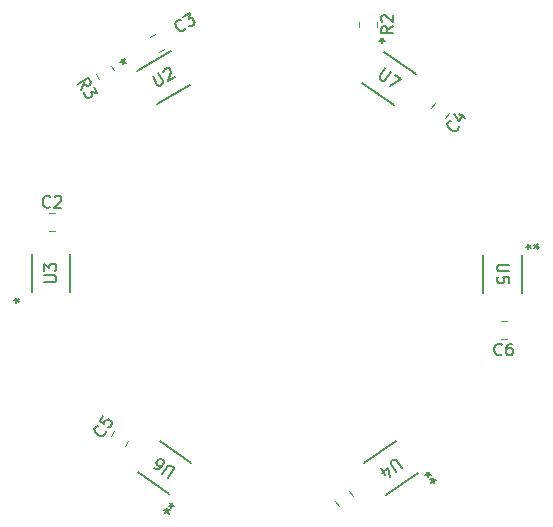
<source format=gbr>
%TF.GenerationSoftware,KiCad,Pcbnew,7.0.10*%
%TF.CreationDate,2024-07-08T17:56:43-07:00*%
%TF.ProjectId,Thermistor Ring,54686572-6d69-4737-946f-722052696e67,rev?*%
%TF.SameCoordinates,Original*%
%TF.FileFunction,Legend,Top*%
%TF.FilePolarity,Positive*%
%FSLAX46Y46*%
G04 Gerber Fmt 4.6, Leading zero omitted, Abs format (unit mm)*
G04 Created by KiCad (PCBNEW 7.0.10) date 2024-07-08 17:56:43*
%MOMM*%
%LPD*%
G01*
G04 APERTURE LIST*
%ADD10C,0.150000*%
%ADD11C,0.120000*%
%ADD12C,0.152400*%
G04 APERTURE END LIST*
D10*
X93857481Y-63197633D02*
X93809862Y-63245253D01*
X93809862Y-63245253D02*
X93667005Y-63292872D01*
X93667005Y-63292872D02*
X93571767Y-63292872D01*
X93571767Y-63292872D02*
X93428910Y-63245253D01*
X93428910Y-63245253D02*
X93333672Y-63150014D01*
X93333672Y-63150014D02*
X93286053Y-63054776D01*
X93286053Y-63054776D02*
X93238434Y-62864300D01*
X93238434Y-62864300D02*
X93238434Y-62721443D01*
X93238434Y-62721443D02*
X93286053Y-62530967D01*
X93286053Y-62530967D02*
X93333672Y-62435729D01*
X93333672Y-62435729D02*
X93428910Y-62340491D01*
X93428910Y-62340491D02*
X93571767Y-62292872D01*
X93571767Y-62292872D02*
X93667005Y-62292872D01*
X93667005Y-62292872D02*
X93809862Y-62340491D01*
X93809862Y-62340491D02*
X93857481Y-62388110D01*
X94714624Y-62292872D02*
X94524148Y-62292872D01*
X94524148Y-62292872D02*
X94428910Y-62340491D01*
X94428910Y-62340491D02*
X94381291Y-62388110D01*
X94381291Y-62388110D02*
X94286053Y-62530967D01*
X94286053Y-62530967D02*
X94238434Y-62721443D01*
X94238434Y-62721443D02*
X94238434Y-63102395D01*
X94238434Y-63102395D02*
X94286053Y-63197633D01*
X94286053Y-63197633D02*
X94333672Y-63245253D01*
X94333672Y-63245253D02*
X94428910Y-63292872D01*
X94428910Y-63292872D02*
X94619386Y-63292872D01*
X94619386Y-63292872D02*
X94714624Y-63245253D01*
X94714624Y-63245253D02*
X94762243Y-63197633D01*
X94762243Y-63197633D02*
X94809862Y-63102395D01*
X94809862Y-63102395D02*
X94809862Y-62864300D01*
X94809862Y-62864300D02*
X94762243Y-62769062D01*
X94762243Y-62769062D02*
X94714624Y-62721443D01*
X94714624Y-62721443D02*
X94619386Y-62673824D01*
X94619386Y-62673824D02*
X94428910Y-62673824D01*
X94428910Y-62673824D02*
X94333672Y-62721443D01*
X94333672Y-62721443D02*
X94286053Y-62769062D01*
X94286053Y-62769062D02*
X94238434Y-62864300D01*
X60319335Y-69702278D02*
X60331029Y-69768598D01*
X60331029Y-69768598D02*
X60288097Y-69912933D01*
X60288097Y-69912933D02*
X60233471Y-69990947D01*
X60233471Y-69990947D02*
X60112524Y-70080656D01*
X60112524Y-70080656D02*
X59979883Y-70104044D01*
X59979883Y-70104044D02*
X59874555Y-70088425D01*
X59874555Y-70088425D02*
X59691213Y-70018180D01*
X59691213Y-70018180D02*
X59574192Y-69936240D01*
X59574192Y-69936240D02*
X59445476Y-69787980D01*
X59445476Y-69787980D02*
X59394775Y-69694347D01*
X59394775Y-69694347D02*
X59371386Y-69561706D01*
X59371386Y-69561706D02*
X59414319Y-69417371D01*
X59414319Y-69417371D02*
X59468945Y-69339356D01*
X59468945Y-69339356D02*
X59589892Y-69249648D01*
X59589892Y-69249648D02*
X59656212Y-69237954D01*
X60097148Y-68442190D02*
X59824016Y-68832262D01*
X59824016Y-68832262D02*
X60186775Y-69144401D01*
X60186775Y-69144401D02*
X60175081Y-69078081D01*
X60175081Y-69078081D02*
X60190700Y-68972753D01*
X60190700Y-68972753D02*
X60327266Y-68777717D01*
X60327266Y-68777717D02*
X60420900Y-68727016D01*
X60420900Y-68727016D02*
X60487220Y-68715322D01*
X60487220Y-68715322D02*
X60592548Y-68730941D01*
X60592548Y-68730941D02*
X60787584Y-68867506D01*
X60787584Y-68867506D02*
X60838285Y-68961140D01*
X60838285Y-68961140D02*
X60849979Y-69027460D01*
X60849979Y-69027460D02*
X60834360Y-69132788D01*
X60834360Y-69132788D02*
X60697794Y-69327824D01*
X60697794Y-69327824D02*
X60604161Y-69378526D01*
X60604161Y-69378526D02*
X60537840Y-69390220D01*
X65596519Y-73677671D02*
X66060843Y-73014548D01*
X66060843Y-73014548D02*
X66076462Y-72909220D01*
X66076462Y-72909220D02*
X66064768Y-72842900D01*
X66064768Y-72842900D02*
X66014067Y-72749267D01*
X66014067Y-72749267D02*
X65858038Y-72640014D01*
X65858038Y-72640014D02*
X65752710Y-72624395D01*
X65752710Y-72624395D02*
X65686390Y-72636089D01*
X65686390Y-72636089D02*
X65592756Y-72686790D01*
X65592756Y-72686790D02*
X65128433Y-73349913D01*
X64387295Y-72830963D02*
X64543324Y-72940216D01*
X64543324Y-72940216D02*
X64648652Y-72955835D01*
X64648652Y-72955835D02*
X64714972Y-72944141D01*
X64714972Y-72944141D02*
X64874926Y-72881745D01*
X64874926Y-72881745D02*
X65023186Y-72753030D01*
X65023186Y-72753030D02*
X65241691Y-72440972D01*
X65241691Y-72440972D02*
X65257310Y-72335644D01*
X65257310Y-72335644D02*
X65245616Y-72269324D01*
X65245616Y-72269324D02*
X65194915Y-72175690D01*
X65194915Y-72175690D02*
X65038886Y-72066437D01*
X65038886Y-72066437D02*
X64933558Y-72050818D01*
X64933558Y-72050818D02*
X64867238Y-72062512D01*
X64867238Y-72062512D02*
X64773604Y-72113214D01*
X64773604Y-72113214D02*
X64637038Y-72308250D01*
X64637038Y-72308250D02*
X64621419Y-72413578D01*
X64621419Y-72413578D02*
X64633113Y-72479898D01*
X64633113Y-72479898D02*
X64683815Y-72573532D01*
X64683815Y-72573532D02*
X64839844Y-72682784D01*
X64839844Y-72682784D02*
X64945171Y-72698403D01*
X64945171Y-72698403D02*
X65011492Y-72686709D01*
X65011492Y-72686709D02*
X65105125Y-72636008D01*
X66003721Y-75775449D02*
X65867155Y-75970485D01*
X65726745Y-75755905D02*
X65867155Y-75970485D01*
X65867155Y-75970485D02*
X66116817Y-76029036D01*
X65640881Y-76044574D02*
X65867155Y-75970485D01*
X65867155Y-75970485D02*
X65874924Y-76208453D01*
X65378314Y-76668620D02*
X65514880Y-76473584D01*
X65655290Y-76688164D02*
X65514880Y-76473584D01*
X65514880Y-76473584D02*
X65265218Y-76415033D01*
X65741154Y-76399495D02*
X65514880Y-76473584D01*
X65514880Y-76473584D02*
X65507111Y-76235616D01*
X83998302Y-38985341D02*
X83533978Y-39648464D01*
X83533978Y-39648464D02*
X83518359Y-39753792D01*
X83518359Y-39753792D02*
X83530053Y-39820112D01*
X83530053Y-39820112D02*
X83580754Y-39913745D01*
X83580754Y-39913745D02*
X83736783Y-40022998D01*
X83736783Y-40022998D02*
X83842111Y-40038617D01*
X83842111Y-40038617D02*
X83908431Y-40026923D01*
X83908431Y-40026923D02*
X84002065Y-39976222D01*
X84002065Y-39976222D02*
X84466388Y-39313099D01*
X84778446Y-39531604D02*
X85324548Y-39913988D01*
X85324548Y-39913988D02*
X84399906Y-40487322D01*
X83876181Y-36409989D02*
X83739615Y-36605025D01*
X83599205Y-36390445D02*
X83739615Y-36605025D01*
X83739615Y-36605025D02*
X83989277Y-36663576D01*
X83513341Y-36679114D02*
X83739615Y-36605025D01*
X83739615Y-36605025D02*
X83747384Y-36842993D01*
X83866181Y-36409988D02*
X83729615Y-36605024D01*
X83589205Y-36390444D02*
X83729615Y-36605024D01*
X83729615Y-36605024D02*
X83979277Y-36663575D01*
X83503341Y-36679113D02*
X83729615Y-36605024D01*
X83729615Y-36605024D02*
X83737384Y-36842992D01*
X64291845Y-39681075D02*
X64696607Y-40382144D01*
X64696607Y-40382144D02*
X64785465Y-40440813D01*
X64785465Y-40440813D02*
X64850514Y-40458242D01*
X64850514Y-40458242D02*
X64956802Y-40451863D01*
X64956802Y-40451863D02*
X65121760Y-40356625D01*
X65121760Y-40356625D02*
X65180429Y-40267766D01*
X65180429Y-40267766D02*
X65197858Y-40202717D01*
X65197858Y-40202717D02*
X65191479Y-40096429D01*
X65191479Y-40096429D02*
X64786717Y-39395361D01*
X65205490Y-39263554D02*
X65222919Y-39198505D01*
X65222919Y-39198505D02*
X65281588Y-39109647D01*
X65281588Y-39109647D02*
X65487785Y-38990599D01*
X65487785Y-38990599D02*
X65594073Y-38984219D01*
X65594073Y-38984219D02*
X65659122Y-39001649D01*
X65659122Y-39001649D02*
X65747980Y-39060318D01*
X65747980Y-39060318D02*
X65795599Y-39142797D01*
X65795599Y-39142797D02*
X65825789Y-39290324D01*
X65825789Y-39290324D02*
X65616631Y-40070910D01*
X65616631Y-40070910D02*
X66152742Y-39761386D01*
X61673341Y-38219284D02*
X61792389Y-38425480D01*
X61538573Y-38462049D02*
X61792389Y-38425480D01*
X61792389Y-38425480D02*
X61950966Y-38223954D01*
X61763909Y-38661866D02*
X61792389Y-38425480D01*
X61792389Y-38425480D02*
X62011345Y-38519009D01*
X61673341Y-38219284D02*
X61792389Y-38425480D01*
X61538573Y-38462049D02*
X61792389Y-38425480D01*
X61792389Y-38425480D02*
X61950966Y-38223954D01*
X61763909Y-38661866D02*
X61792389Y-38425480D01*
X61792389Y-38425480D02*
X62011345Y-38519009D01*
X94456104Y-55619776D02*
X93646581Y-55619776D01*
X93646581Y-55619776D02*
X93551343Y-55667395D01*
X93551343Y-55667395D02*
X93503724Y-55715014D01*
X93503724Y-55715014D02*
X93456104Y-55810252D01*
X93456104Y-55810252D02*
X93456104Y-56000728D01*
X93456104Y-56000728D02*
X93503724Y-56095966D01*
X93503724Y-56095966D02*
X93551343Y-56143585D01*
X93551343Y-56143585D02*
X93646581Y-56191204D01*
X93646581Y-56191204D02*
X94456104Y-56191204D01*
X94456104Y-57143585D02*
X94456104Y-56667395D01*
X94456104Y-56667395D02*
X93979914Y-56619776D01*
X93979914Y-56619776D02*
X94027533Y-56667395D01*
X94027533Y-56667395D02*
X94075152Y-56762633D01*
X94075152Y-56762633D02*
X94075152Y-57000728D01*
X94075152Y-57000728D02*
X94027533Y-57095966D01*
X94027533Y-57095966D02*
X93979914Y-57143585D01*
X93979914Y-57143585D02*
X93884676Y-57191204D01*
X93884676Y-57191204D02*
X93646581Y-57191204D01*
X93646581Y-57191204D02*
X93551343Y-57143585D01*
X93551343Y-57143585D02*
X93503724Y-57095966D01*
X93503724Y-57095966D02*
X93456104Y-57000728D01*
X93456104Y-57000728D02*
X93456104Y-56762633D01*
X93456104Y-56762633D02*
X93503724Y-56667395D01*
X93503724Y-56667395D02*
X93551343Y-56619776D01*
X95940943Y-54082980D02*
X96179038Y-54082980D01*
X96083800Y-54321075D02*
X96179038Y-54082980D01*
X96179038Y-54082980D02*
X96083800Y-53844885D01*
X96369514Y-54225837D02*
X96179038Y-54082980D01*
X96179038Y-54082980D02*
X96369514Y-53940123D01*
X97031304Y-54082981D02*
X96793209Y-54082981D01*
X96888447Y-53844886D02*
X96793209Y-54082981D01*
X96793209Y-54082981D02*
X96888447Y-54321076D01*
X96602733Y-53940124D02*
X96793209Y-54082981D01*
X96793209Y-54082981D02*
X96602733Y-54225838D01*
X55138734Y-57096799D02*
X55948257Y-57096799D01*
X55948257Y-57096799D02*
X56043495Y-57049180D01*
X56043495Y-57049180D02*
X56091115Y-57001561D01*
X56091115Y-57001561D02*
X56138734Y-56906323D01*
X56138734Y-56906323D02*
X56138734Y-56715847D01*
X56138734Y-56715847D02*
X56091115Y-56620609D01*
X56091115Y-56620609D02*
X56043495Y-56572990D01*
X56043495Y-56572990D02*
X55948257Y-56525371D01*
X55948257Y-56525371D02*
X55138734Y-56525371D01*
X55138734Y-56144418D02*
X55138734Y-55525371D01*
X55138734Y-55525371D02*
X55519686Y-55858704D01*
X55519686Y-55858704D02*
X55519686Y-55715847D01*
X55519686Y-55715847D02*
X55567305Y-55620609D01*
X55567305Y-55620609D02*
X55614924Y-55572990D01*
X55614924Y-55572990D02*
X55710162Y-55525371D01*
X55710162Y-55525371D02*
X55948257Y-55525371D01*
X55948257Y-55525371D02*
X56043495Y-55572990D01*
X56043495Y-55572990D02*
X56091115Y-55620609D01*
X56091115Y-55620609D02*
X56138734Y-55715847D01*
X56138734Y-55715847D02*
X56138734Y-56001561D01*
X56138734Y-56001561D02*
X56091115Y-56096799D01*
X56091115Y-56096799D02*
X56043495Y-56144418D01*
X52563534Y-58633594D02*
X52801629Y-58633594D01*
X52706391Y-58871689D02*
X52801629Y-58633594D01*
X52801629Y-58633594D02*
X52706391Y-58395499D01*
X52992105Y-58776451D02*
X52801629Y-58633594D01*
X52801629Y-58633594D02*
X52992105Y-58490737D01*
X52563534Y-58633594D02*
X52801629Y-58633594D01*
X52706391Y-58871689D02*
X52801629Y-58633594D01*
X52801629Y-58633594D02*
X52706391Y-58395499D01*
X52992105Y-58776451D02*
X52801629Y-58633594D01*
X52801629Y-58633594D02*
X52992105Y-58490737D01*
X85398939Y-72842469D02*
X84934616Y-72179346D01*
X84934616Y-72179346D02*
X84840982Y-72128645D01*
X84840982Y-72128645D02*
X84774662Y-72116950D01*
X84774662Y-72116950D02*
X84669334Y-72132570D01*
X84669334Y-72132570D02*
X84513305Y-72241822D01*
X84513305Y-72241822D02*
X84462604Y-72335456D01*
X84462604Y-72335456D02*
X84450910Y-72401776D01*
X84450910Y-72401776D02*
X84466529Y-72507104D01*
X84466529Y-72507104D02*
X84930852Y-73170227D01*
X83998523Y-73416126D02*
X83616138Y-72870025D01*
X84412064Y-73591618D02*
X84197403Y-72869944D01*
X84197403Y-72869944D02*
X83690309Y-73225015D01*
X87509477Y-73177307D02*
X87646043Y-73372343D01*
X87396380Y-73430895D02*
X87646043Y-73372343D01*
X87646043Y-73372343D02*
X87786453Y-73157763D01*
X87638274Y-73610312D02*
X87646043Y-73372343D01*
X87646043Y-73372343D02*
X87872317Y-73446433D01*
X88134882Y-74070480D02*
X87998316Y-73875444D01*
X88247979Y-73816892D02*
X87998316Y-73875444D01*
X87998316Y-73875444D02*
X87857906Y-74090024D01*
X88006085Y-73637475D02*
X87998316Y-73875444D01*
X87998316Y-73875444D02*
X87772042Y-73801354D01*
X67061839Y-35596842D02*
X67044409Y-35661891D01*
X67044409Y-35661891D02*
X66944501Y-35774559D01*
X66944501Y-35774559D02*
X66862022Y-35822178D01*
X66862022Y-35822178D02*
X66714495Y-35852367D01*
X66714495Y-35852367D02*
X66584397Y-35817507D01*
X66584397Y-35817507D02*
X66495539Y-35758838D01*
X66495539Y-35758838D02*
X66359061Y-35617691D01*
X66359061Y-35617691D02*
X66287633Y-35493973D01*
X66287633Y-35493973D02*
X66233634Y-35305206D01*
X66233634Y-35305206D02*
X66227254Y-35198918D01*
X66227254Y-35198918D02*
X66262114Y-35068820D01*
X66262114Y-35068820D02*
X66362022Y-34956152D01*
X66362022Y-34956152D02*
X66444501Y-34908533D01*
X66444501Y-34908533D02*
X66592028Y-34878344D01*
X66592028Y-34878344D02*
X66657077Y-34895774D01*
X66898133Y-34646628D02*
X67434244Y-34337105D01*
X67434244Y-34337105D02*
X67336045Y-34833686D01*
X67336045Y-34833686D02*
X67459763Y-34762257D01*
X67459763Y-34762257D02*
X67566051Y-34755877D01*
X67566051Y-34755877D02*
X67631100Y-34773307D01*
X67631100Y-34773307D02*
X67719958Y-34831976D01*
X67719958Y-34831976D02*
X67839006Y-35038173D01*
X67839006Y-35038173D02*
X67845386Y-35144461D01*
X67845386Y-35144461D02*
X67827956Y-35209510D01*
X67827956Y-35209510D02*
X67769287Y-35298368D01*
X67769287Y-35298368D02*
X67521851Y-35441225D01*
X67521851Y-35441225D02*
X67415563Y-35447605D01*
X67415563Y-35447605D02*
X67350514Y-35430175D01*
X55624507Y-50693386D02*
X55576888Y-50741006D01*
X55576888Y-50741006D02*
X55434031Y-50788625D01*
X55434031Y-50788625D02*
X55338793Y-50788625D01*
X55338793Y-50788625D02*
X55195936Y-50741006D01*
X55195936Y-50741006D02*
X55100698Y-50645767D01*
X55100698Y-50645767D02*
X55053079Y-50550529D01*
X55053079Y-50550529D02*
X55005460Y-50360053D01*
X55005460Y-50360053D02*
X55005460Y-50217196D01*
X55005460Y-50217196D02*
X55053079Y-50026720D01*
X55053079Y-50026720D02*
X55100698Y-49931482D01*
X55100698Y-49931482D02*
X55195936Y-49836244D01*
X55195936Y-49836244D02*
X55338793Y-49788625D01*
X55338793Y-49788625D02*
X55434031Y-49788625D01*
X55434031Y-49788625D02*
X55576888Y-49836244D01*
X55576888Y-49836244D02*
X55624507Y-49883863D01*
X56005460Y-49883863D02*
X56053079Y-49836244D01*
X56053079Y-49836244D02*
X56148317Y-49788625D01*
X56148317Y-49788625D02*
X56386412Y-49788625D01*
X56386412Y-49788625D02*
X56481650Y-49836244D01*
X56481650Y-49836244D02*
X56529269Y-49883863D01*
X56529269Y-49883863D02*
X56576888Y-49979101D01*
X56576888Y-49979101D02*
X56576888Y-50074339D01*
X56576888Y-50074339D02*
X56529269Y-50217196D01*
X56529269Y-50217196D02*
X55957841Y-50788625D01*
X55957841Y-50788625D02*
X56576888Y-50788625D01*
X58268132Y-40788417D02*
X58513858Y-40261646D01*
X57982417Y-40293545D02*
X58848443Y-39793545D01*
X58848443Y-39793545D02*
X59038919Y-40123460D01*
X59038919Y-40123460D02*
X59045299Y-40229748D01*
X59045299Y-40229748D02*
X59027869Y-40294797D01*
X59027869Y-40294797D02*
X58969200Y-40383655D01*
X58969200Y-40383655D02*
X58845482Y-40455084D01*
X58845482Y-40455084D02*
X58739194Y-40461463D01*
X58739194Y-40461463D02*
X58674145Y-40444033D01*
X58674145Y-40444033D02*
X58585287Y-40385364D01*
X58585287Y-40385364D02*
X58394810Y-40055450D01*
X59300824Y-40577092D02*
X59610347Y-41113203D01*
X59610347Y-41113203D02*
X59113766Y-41015004D01*
X59113766Y-41015004D02*
X59185195Y-41138722D01*
X59185195Y-41138722D02*
X59191575Y-41245010D01*
X59191575Y-41245010D02*
X59174145Y-41310059D01*
X59174145Y-41310059D02*
X59115476Y-41398917D01*
X59115476Y-41398917D02*
X58909279Y-41517965D01*
X58909279Y-41517965D02*
X58802991Y-41524345D01*
X58802991Y-41524345D02*
X58737942Y-41506915D01*
X58737942Y-41506915D02*
X58649084Y-41448246D01*
X58649084Y-41448246D02*
X58506227Y-41200810D01*
X58506227Y-41200810D02*
X58499847Y-41094522D01*
X58499847Y-41094522D02*
X58517277Y-41029473D01*
X84648300Y-35443239D02*
X84172109Y-35776572D01*
X84648300Y-36014667D02*
X83648300Y-36014667D01*
X83648300Y-36014667D02*
X83648300Y-35633715D01*
X83648300Y-35633715D02*
X83695919Y-35538477D01*
X83695919Y-35538477D02*
X83743538Y-35490858D01*
X83743538Y-35490858D02*
X83838776Y-35443239D01*
X83838776Y-35443239D02*
X83981633Y-35443239D01*
X83981633Y-35443239D02*
X84076871Y-35490858D01*
X84076871Y-35490858D02*
X84124490Y-35538477D01*
X84124490Y-35538477D02*
X84172109Y-35633715D01*
X84172109Y-35633715D02*
X84172109Y-36014667D01*
X83743538Y-35062286D02*
X83695919Y-35014667D01*
X83695919Y-35014667D02*
X83648300Y-34919429D01*
X83648300Y-34919429D02*
X83648300Y-34681334D01*
X83648300Y-34681334D02*
X83695919Y-34586096D01*
X83695919Y-34586096D02*
X83743538Y-34538477D01*
X83743538Y-34538477D02*
X83838776Y-34490858D01*
X83838776Y-34490858D02*
X83934014Y-34490858D01*
X83934014Y-34490858D02*
X84076871Y-34538477D01*
X84076871Y-34538477D02*
X84648300Y-35109905D01*
X84648300Y-35109905D02*
X84648300Y-34490858D01*
X90193880Y-43885728D02*
X90205574Y-43952048D01*
X90205574Y-43952048D02*
X90162642Y-44096383D01*
X90162642Y-44096383D02*
X90108016Y-44174397D01*
X90108016Y-44174397D02*
X89987069Y-44264106D01*
X89987069Y-44264106D02*
X89854428Y-44287494D01*
X89854428Y-44287494D02*
X89749100Y-44271875D01*
X89749100Y-44271875D02*
X89565758Y-44201630D01*
X89565758Y-44201630D02*
X89448737Y-44119690D01*
X89448737Y-44119690D02*
X89320021Y-43971430D01*
X89320021Y-43971430D02*
X89269320Y-43877797D01*
X89269320Y-43877797D02*
X89245931Y-43745156D01*
X89245931Y-43745156D02*
X89288864Y-43600821D01*
X89288864Y-43600821D02*
X89343490Y-43522806D01*
X89343490Y-43522806D02*
X89464437Y-43433098D01*
X89464437Y-43433098D02*
X89530757Y-43421404D01*
X90217430Y-42855839D02*
X90763532Y-43238224D01*
X89768806Y-42832370D02*
X90217349Y-43437104D01*
X90217349Y-43437104D02*
X90572420Y-42930010D01*
D11*
%TO.C,C6*%
X94285400Y-60423053D02*
X93762896Y-60423053D01*
X94285400Y-61893053D02*
X93762896Y-61893053D01*
%TO.C,C5*%
X61948784Y-70958698D02*
X62248480Y-70530688D01*
X60744630Y-70115540D02*
X61044326Y-69687530D01*
D12*
%TO.C,U6*%
X67549126Y-72394867D02*
X64885899Y-70530056D01*
X63021088Y-73193283D02*
X65684315Y-75058094D01*
%TO.C,U7*%
X82045696Y-40268146D02*
X84708923Y-42132957D01*
X86573734Y-39469730D02*
X83910507Y-37604919D01*
%TO.C,U2*%
X64629254Y-41992875D02*
X67444876Y-40367275D01*
X65819276Y-37551653D02*
X63003654Y-39177253D01*
%TO.C,U5*%
X92285324Y-54756081D02*
X92285324Y-58007281D01*
X95536524Y-58007281D02*
X95536524Y-54756081D01*
%TO.C,U3*%
X57309515Y-57960495D02*
X57309515Y-54709295D01*
X54058315Y-54709295D02*
X54058315Y-57960495D01*
%TO.C,U4*%
X84861329Y-70568875D02*
X82198102Y-72433686D01*
X84062913Y-75096913D02*
X86726140Y-73232102D01*
D11*
%TO.C,C1*%
X80055641Y-76052960D02*
X79755945Y-75624950D01*
X81259795Y-75209802D02*
X80960099Y-74781792D01*
%TO.C,C3*%
X64515229Y-36090470D02*
X64062727Y-36351722D01*
X65250229Y-37363528D02*
X64797727Y-37624780D01*
%TO.C,C2*%
X55529922Y-51278806D02*
X56052426Y-51278806D01*
X55529922Y-52748806D02*
X56052426Y-52748806D01*
%TO.C,R3*%
X60771738Y-38765151D02*
X60998802Y-39158437D01*
X59498680Y-39500151D02*
X59725744Y-39893437D01*
%TO.C,R2*%
X81808481Y-35049509D02*
X81808481Y-35503637D01*
X83278481Y-35049509D02*
X83278481Y-35503637D01*
%TO.C,C4*%
X89370675Y-42786922D02*
X89070979Y-43214932D01*
X88166521Y-41943764D02*
X87866825Y-42371774D01*
%TD*%
M02*

</source>
